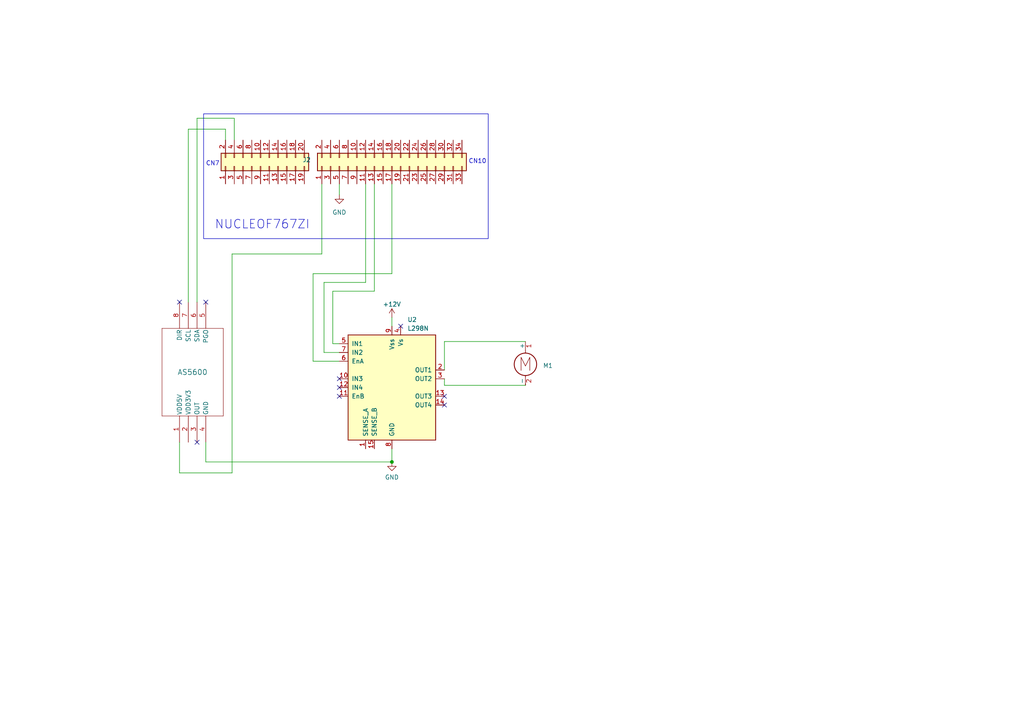
<source format=kicad_sch>
(kicad_sch (version 20230121) (generator eeschema)
  (paper "A4")
  (lib_symbols
    (symbol "2023-10-28_12-13-23:AS5600L-ASOM" (pin_names (offset 0.254))
      (property "Reference" "U" (at 20.32 10.16 0))
      (property "Value" "AS5600L-ASOM" (at 20.32 7.62 0))
      (symbol "AS5600L-ASOM_0_1"
        (polyline (pts (xy 7.62 -12.7) (xy 33.02 -12.7)) (stroke (width 0.127)))
        (polyline (pts (xy 7.62 5.08) (xy 7.62 -12.7)) (stroke (width 0.127)))
        (polyline (pts (xy 33.02 -12.7) (xy 33.02 5.08)) (stroke (width 0.127)))
        (polyline (pts (xy 33.02 5.08) (xy 7.62 5.08)) (stroke (width 0.127)))
        (pin unspecified line (at 0 0 0) (length 7.62) (name "VDD5V") (number "1"))
        (pin unspecified line (at 0 -2.54 0) (length 7.62) (name "VDD3V3") (number "2"))
        (pin unspecified line (at 0 -5.08 0) (length 7.62) (name "OUT") (number "3"))
        (pin unspecified line (at 0 -7.62 0) (length 7.62) (name "GND") (number "4"))
        (pin unspecified line (at 40.64 -7.62 180) (length 7.62) (name "PGO") (number "5"))
        (pin unspecified line (at 40.64 -5.08 180) (length 7.62) (name "SDA") (number "6"))
        (pin unspecified line (at 40.64 -2.54 180) (length 7.62) (name "SCL") (number "7"))
        (pin unspecified line (at 40.64 0 180) (length 7.62) (name "DIR") (number "8"))
      )
    )
    (symbol "Connector_Generic:Conn_02x10_Odd_Even" (pin_names (offset 1.016) hide)
      (property "Reference" "J" (at 1.27 12.7 0))
      (property "Value" "Conn_02x10_Odd_Even" (at 1.27 -15.24 0))
      (symbol "Conn_02x10_Odd_Even_1_1"
        (rectangle (start -1.27 -12.573) (end 0 -12.827) (stroke (width 0.1524)))
        (rectangle (start -1.27 -10.033) (end 0 -10.287) (stroke (width 0.1524)))
        (rectangle (start -1.27 -7.493) (end 0 -7.747) (stroke (width 0.1524)))
        (rectangle (start -1.27 -4.953) (end 0 -5.207) (stroke (width 0.1524)))
        (rectangle (start -1.27 -2.413) (end 0 -2.667) (stroke (width 0.1524)))
        (rectangle (start -1.27 0.127) (end 0 -0.127) (stroke (width 0.1524)))
        (rectangle (start -1.27 2.667) (end 0 2.413) (stroke (width 0.1524)))
        (rectangle (start -1.27 5.207) (end 0 4.953) (stroke (width 0.1524)))
        (rectangle (start -1.27 7.747) (end 0 7.493) (stroke (width 0.1524)))
        (rectangle (start -1.27 10.287) (end 0 10.033) (stroke (width 0.1524)))
        (rectangle (start -1.27 11.43) (end 3.81 -13.97) (stroke (width 0.254)) (fill (type background)))
        (rectangle (start 3.81 -12.573) (end 2.54 -12.827) (stroke (width 0.1524)))
        (rectangle (start 3.81 -10.033) (end 2.54 -10.287) (stroke (width 0.1524)))
        (rectangle (start 3.81 -7.493) (end 2.54 -7.747) (stroke (width 0.1524)))
        (rectangle (start 3.81 -4.953) (end 2.54 -5.207) (stroke (width 0.1524)))
        (rectangle (start 3.81 -2.413) (end 2.54 -2.667) (stroke (width 0.1524)))
        (rectangle (start 3.81 0.127) (end 2.54 -0.127) (stroke (width 0.1524)))
        (rectangle (start 3.81 2.667) (end 2.54 2.413) (stroke (width 0.1524)))
        (rectangle (start 3.81 5.207) (end 2.54 4.953) (stroke (width 0.1524)))
        (rectangle (start 3.81 7.747) (end 2.54 7.493) (stroke (width 0.1524)))
        (rectangle (start 3.81 10.287) (end 2.54 10.033) (stroke (width 0.1524)))
        (pin passive line (at -5.08 10.16 0) (length 3.81) (name "Pin_1") (number "1"))
        (pin passive line (at 7.62 0 180) (length 3.81) (name "Pin_10") (number "10"))
        (pin passive line (at -5.08 -2.54 0) (length 3.81) (name "Pin_11") (number "11"))
        (pin passive line (at 7.62 -2.54 180) (length 3.81) (name "Pin_12") (number "12"))
        (pin passive line (at -5.08 -5.08 0) (length 3.81) (name "Pin_13") (number "13"))
        (pin passive line (at 7.62 -5.08 180) (length 3.81) (name "Pin_14") (number "14"))
        (pin passive line (at -5.08 -7.62 0) (length 3.81) (name "Pin_15") (number "15"))
        (pin passive line (at 7.62 -7.62 180) (length 3.81) (name "Pin_16") (number "16"))
        (pin passive line (at -5.08 -10.16 0) (length 3.81) (name "Pin_17") (number "17"))
        (pin passive line (at 7.62 -10.16 180) (length 3.81) (name "Pin_18") (number "18"))
        (pin passive line (at -5.08 -12.7 0) (length 3.81) (name "Pin_19") (number "19"))
        (pin passive line (at 7.62 10.16 180) (length 3.81) (name "Pin_2") (number "2"))
        (pin passive line (at 7.62 -12.7 180) (length 3.81) (name "Pin_20") (number "20"))
        (pin passive line (at -5.08 7.62 0) (length 3.81) (name "Pin_3") (number "3"))
        (pin passive line (at 7.62 7.62 180) (length 3.81) (name "Pin_4") (number "4"))
        (pin passive line (at -5.08 5.08 0) (length 3.81) (name "Pin_5") (number "5"))
        (pin passive line (at 7.62 5.08 180) (length 3.81) (name "Pin_6") (number "6"))
        (pin passive line (at -5.08 2.54 0) (length 3.81) (name "Pin_7") (number "7"))
        (pin passive line (at 7.62 2.54 180) (length 3.81) (name "Pin_8") (number "8"))
        (pin passive line (at -5.08 0 0) (length 3.81) (name "Pin_9") (number "9"))
      )
    )
    (symbol "Connector_Generic:Conn_02x17_Odd_Even" (pin_names (offset 1.016) hide)
      (property "Reference" "J" (at 1.27 22.86 0))
      (property "Value" "Conn_02x17_Odd_Even" (at 1.27 -22.86 0))
      (symbol "Conn_02x17_Odd_Even_1_1"
        (rectangle (start -1.27 -20.193) (end 0 -20.447) (stroke (width 0.1524)))
        (rectangle (start -1.27 -17.653) (end 0 -17.907) (stroke (width 0.1524)))
        (rectangle (start -1.27 -15.113) (end 0 -15.367) (stroke (width 0.1524)))
        (rectangle (start -1.27 -12.573) (end 0 -12.827) (stroke (width 0.1524)))
        (rectangle (start -1.27 -10.033) (end 0 -10.287) (stroke (width 0.1524)))
        (rectangle (start -1.27 -7.493) (end 0 -7.747) (stroke (width 0.1524)))
        (rectangle (start -1.27 -4.953) (end 0 -5.207) (stroke (width 0.1524)))
        (rectangle (start -1.27 -2.413) (end 0 -2.667) (stroke (width 0.1524)))
        (rectangle (start -1.27 0.127) (end 0 -0.127) (stroke (width 0.1524)))
        (rectangle (start -1.27 2.667) (end 0 2.413) (stroke (width 0.1524)))
        (rectangle (start -1.27 5.207) (end 0 4.953) (stroke (width 0.1524)))
        (rectangle (start -1.27 7.747) (end 0 7.493) (stroke (width 0.1524)))
        (rectangle (start -1.27 10.287) (end 0 10.033) (stroke (width 0.1524)))
        (rectangle (start -1.27 12.827) (end 0 12.573) (stroke (width 0.1524)))
        (rectangle (start -1.27 15.367) (end 0 15.113) (stroke (width 0.1524)))
        (rectangle (start -1.27 17.907) (end 0 17.653) (stroke (width 0.1524)))
        (rectangle (start -1.27 20.447) (end 0 20.193) (stroke (width 0.1524)))
        (rectangle (start -1.27 21.59) (end 3.81 -21.59) (stroke (width 0.254)) (fill (type background)))
        (rectangle (start 3.81 -20.193) (end 2.54 -20.447) (stroke (width 0.1524)))
        (rectangle (start 3.81 -17.653) (end 2.54 -17.907) (stroke (width 0.1524)))
        (rectangle (start 3.81 -15.113) (end 2.54 -15.367) (stroke (width 0.1524)))
        (rectangle (start 3.81 -12.573) (end 2.54 -12.827) (stroke (width 0.1524)))
        (rectangle (start 3.81 -10.033) (end 2.54 -10.287) (stroke (width 0.1524)))
        (rectangle (start 3.81 -7.493) (end 2.54 -7.747) (stroke (width 0.1524)))
        (rectangle (start 3.81 -4.953) (end 2.54 -5.207) (stroke (width 0.1524)))
        (rectangle (start 3.81 -2.413) (end 2.54 -2.667) (stroke (width 0.1524)))
        (rectangle (start 3.81 0.127) (end 2.54 -0.127) (stroke (width 0.1524)))
        (rectangle (start 3.81 2.667) (end 2.54 2.413) (stroke (width 0.1524)))
        (rectangle (start 3.81 5.207) (end 2.54 4.953) (stroke (width 0.1524)))
        (rectangle (start 3.81 7.747) (end 2.54 7.493) (stroke (width 0.1524)))
        (rectangle (start 3.81 10.287) (end 2.54 10.033) (stroke (width 0.1524)))
        (rectangle (start 3.81 12.827) (end 2.54 12.573) (stroke (width 0.1524)))
        (rectangle (start 3.81 15.367) (end 2.54 15.113) (stroke (width 0.1524)))
        (rectangle (start 3.81 17.907) (end 2.54 17.653) (stroke (width 0.1524)))
        (rectangle (start 3.81 20.447) (end 2.54 20.193) (stroke (width 0.1524)))
        (pin passive line (at -5.08 20.32 0) (length 3.81) (name "Pin_1") (number "1"))
        (pin passive line (at 7.62 10.16 180) (length 3.81) (name "Pin_10") (number "10"))
        (pin passive line (at -5.08 7.62 0) (length 3.81) (name "Pin_11") (number "11"))
        (pin passive line (at 7.62 7.62 180) (length 3.81) (name "Pin_12") (number "12"))
        (pin passive line (at -5.08 5.08 0) (length 3.81) (name "Pin_13") (number "13"))
        (pin passive line (at 7.62 5.08 180) (length 3.81) (name "Pin_14") (number "14"))
        (pin passive line (at -5.08 2.54 0) (length 3.81) (name "Pin_15") (number "15"))
        (pin passive line (at 7.62 2.54 180) (length 3.81) (name "Pin_16") (number "16"))
        (pin passive line (at -5.08 0 0) (length 3.81) (name "Pin_17") (number "17"))
        (pin passive line (at 7.62 0 180) (length 3.81) (name "Pin_18") (number "18"))
        (pin passive line (at -5.08 -2.54 0) (length 3.81) (name "Pin_19") (number "19"))
        (pin passive line (at 7.62 20.32 180) (length 3.81) (name "Pin_2") (number "2"))
        (pin passive line (at 7.62 -2.54 180) (length 3.81) (name "Pin_20") (number "20"))
        (pin passive line (at -5.08 -5.08 0) (length 3.81) (name "Pin_21") (number "21"))
        (pin passive line (at 7.62 -5.08 180) (length 3.81) (name "Pin_22") (number "22"))
        (pin passive line (at -5.08 -7.62 0) (length 3.81) (name "Pin_23") (number "23"))
        (pin passive line (at 7.62 -7.62 180) (length 3.81) (name "Pin_24") (number "24"))
        (pin passive line (at -5.08 -10.16 0) (length 3.81) (name "Pin_25") (number "25"))
        (pin passive line (at 7.62 -10.16 180) (length 3.81) (name "Pin_26") (number "26"))
        (pin passive line (at -5.08 -12.7 0) (length 3.81) (name "Pin_27") (number "27"))
        (pin passive line (at 7.62 -12.7 180) (length 3.81) (name "Pin_28") (number "28"))
        (pin passive line (at -5.08 -15.24 0) (length 3.81) (name "Pin_29") (number "29"))
        (pin passive line (at -5.08 17.78 0) (length 3.81) (name "Pin_3") (number "3"))
        (pin passive line (at 7.62 -15.24 180) (length 3.81) (name "Pin_30") (number "30"))
        (pin passive line (at -5.08 -17.78 0) (length 3.81) (name "Pin_31") (number "31"))
        (pin passive line (at 7.62 -17.78 180) (length 3.81) (name "Pin_32") (number "32"))
        (pin passive line (at -5.08 -20.32 0) (length 3.81) (name "Pin_33") (number "33"))
        (pin passive line (at 7.62 -20.32 180) (length 3.81) (name "Pin_34") (number "34"))
        (pin passive line (at 7.62 17.78 180) (length 3.81) (name "Pin_4") (number "4"))
        (pin passive line (at -5.08 15.24 0) (length 3.81) (name "Pin_5") (number "5"))
        (pin passive line (at 7.62 15.24 180) (length 3.81) (name "Pin_6") (number "6"))
        (pin passive line (at -5.08 12.7 0) (length 3.81) (name "Pin_7") (number "7"))
        (pin passive line (at 7.62 12.7 180) (length 3.81) (name "Pin_8") (number "8"))
        (pin passive line (at -5.08 10.16 0) (length 3.81) (name "Pin_9") (number "9"))
      )
    )
    (symbol "Driver_Motor:L298N" (pin_names (offset 1.016))
      (property "Reference" "U" (at -10.16 16.51 0))
      (property "Value" "L298N" (at 12.7 16.51 0))
      (symbol "L298N_0_1"
        (rectangle (start -12.7 15.24) (end 12.7 -15.24) (stroke (width 0.254)) (fill (type background)))
      )
      (symbol "L298N_1_1"
        (pin power_in line (at -7.62 -17.78 90) (length 2.54) (name "SENSE_A") (number "1"))
        (pin input line (at -15.24 2.54 0) (length 2.54) (name "IN3") (number "10"))
        (pin input line (at -15.24 -2.54 0) (length 2.54) (name "EnB") (number "11"))
        (pin input line (at -15.24 0 0) (length 2.54) (name "IN4") (number "12"))
        (pin output line (at 15.24 -2.54 180) (length 2.54) (name "OUT3") (number "13"))
        (pin output line (at 15.24 -5.08 180) (length 2.54) (name "OUT4") (number "14"))
        (pin power_in line (at -5.08 -17.78 90) (length 2.54) (name "SENSE_B") (number "15"))
        (pin output line (at 15.24 5.08 180) (length 2.54) (name "OUT1") (number "2"))
        (pin output line (at 15.24 2.54 180) (length 2.54) (name "OUT2") (number "3"))
        (pin power_in line (at 2.54 17.78 270) (length 2.54) (name "Vs") (number "4"))
        (pin input line (at -15.24 12.7 0) (length 2.54) (name "IN1") (number "5"))
        (pin input line (at -15.24 7.62 0) (length 2.54) (name "EnA") (number "6"))
        (pin input line (at -15.24 10.16 0) (length 2.54) (name "IN2") (number "7"))
        (pin power_in line (at 0 -17.78 90) (length 2.54) (name "GND") (number "8"))
        (pin power_in line (at 0 17.78 270) (length 2.54) (name "Vss") (number "9"))
      )
    )
    (symbol "Motor:Motor_DC" (pin_names (offset 0))
      (property "Reference" "M" (at 2.54 2.54 0))
      (property "Value" "Motor_DC" (at 2.54 -5.08 0))
      (symbol "Motor_DC_0_0"
        (polyline (pts (xy -1.27 -3.302) (xy -1.27 0.508) (xy 0 -2.032) (xy 1.27 0.508) (xy 1.27 -3.302)))
      )
      (symbol "Motor_DC_0_1"
        (circle (center 0 -1.524) (radius 3.2512) (stroke (width 0.254)))
        (polyline (pts (xy 0 -7.62) (xy 0 -7.112)))
        (polyline (pts (xy 0 -4.7752) (xy 0 -5.1816)))
        (polyline (pts (xy 0 1.7272) (xy 0 2.0828)))
        (polyline (pts (xy 0 2.032) (xy 0 2.54)))
      )
      (symbol "Motor_DC_1_1"
        (pin passive line (at 0 5.08 270) (length 2.54) (name "+") (number "1"))
        (pin passive line (at 0 -7.62 90) (length 2.54) (name "-") (number "2"))
      )
    )
    (symbol "power:+12V" (power) (pin_names (offset 0))
      (property "Value" "+12V" (at 0 3.556 0))
      (symbol "+12V_0_1"
        (polyline (pts (xy -0.762 1.27) (xy 0 2.54)))
        (polyline (pts (xy 0 0) (xy 0 2.54)))
        (polyline (pts (xy 0 2.54) (xy 0.762 1.27)))
      )
      (symbol "+12V_1_1"
        (pin power_in line (at 0 0 90) (length 0) hide (name "+12V") (number "1"))
      )
    )
    (symbol "power:GND" (power) (pin_names (offset 0))
      (property "Value" "GND" (at 0 -3.81 0))
      (symbol "GND_0_1"
        (polyline (pts (xy 0 0) (xy 0 -1.27) (xy 1.27 -1.27) (xy 0 -2.54) (xy -1.27 -1.27) (xy 0 -1.27)))
      )
      (symbol "GND_1_1"
        (pin power_in line (at 0 0 270) (length 0) hide (name "GND") (number "1"))
      )
    )
  )
  (junction (at 113.665 133.985))
  (no_connect (at 52.07 87.63))
  (no_connect (at 98.425 109.855))
  (no_connect (at 57.15 128.27))
  (no_connect (at 116.205 94.615))
  (no_connect (at 98.425 114.935))
  (no_connect (at 59.69 87.63))
  (no_connect (at 128.905 117.475))
  (no_connect (at 98.425 112.395))
  (no_connect (at 128.905 114.935))
  (wire (pts (xy 128.905 111.76) (xy 152.4 111.76)))
  (wire (pts (xy 93.345 53.34) (xy 93.345 73.66)))
  (wire (pts (xy 98.425 104.775) (xy 90.805 104.775)))
  (wire (pts (xy 90.805 79.375) (xy 113.665 79.375)))
  (wire (pts (xy 108.585 53.34) (xy 108.585 84.455)))
  (wire (pts (xy 93.345 73.66) (xy 67.31 73.66)))
  (wire (pts (xy 59.69 133.985) (xy 113.665 133.985)))
  (wire (pts (xy 98.425 56.515) (xy 98.425 53.34)))
  (wire (pts (xy 113.665 133.985) (xy 113.665 130.175)))
  (wire (pts (xy 108.585 84.455) (xy 96.52 84.455)))
  (wire (pts (xy 57.15 34.29) (xy 67.945 34.29)))
  (wire (pts (xy 128.905 109.855) (xy 128.905 111.76)))
  (wire (pts (xy 106.045 81.915) (xy 106.045 53.34)))
  (wire (pts (xy 54.61 37.465) (xy 65.405 37.465)))
  (wire (pts (xy 59.69 128.27) (xy 59.69 133.985)))
  (wire (pts (xy 128.905 99.06) (xy 128.905 107.315)))
  (wire (pts (xy 98.425 102.235) (xy 93.98 102.235)))
  (wire (pts (xy 113.665 92.075) (xy 113.665 94.615)))
  (wire (pts (xy 54.61 37.465) (xy 54.61 87.63)))
  (wire (pts (xy 96.52 99.695) (xy 98.425 99.695)))
  (wire (pts (xy 67.945 34.29) (xy 67.945 40.64)))
  (wire (pts (xy 113.665 53.34) (xy 113.665 79.375)))
  (wire (pts (xy 90.805 104.775) (xy 90.805 79.375)))
  (wire (pts (xy 65.405 37.465) (xy 65.405 40.64)))
  (wire (pts (xy 67.31 73.66) (xy 67.31 137.16)))
  (wire (pts (xy 93.98 81.915) (xy 106.045 81.915)))
  (wire (pts (xy 67.31 137.16) (xy 52.07 137.16)))
  (wire (pts (xy 93.98 102.235) (xy 93.98 81.915)))
  (wire (pts (xy 52.07 137.16) (xy 52.07 128.27)))
  (wire (pts (xy 152.4 99.06) (xy 128.905 99.06)))
  (wire (pts (xy 57.15 34.29) (xy 57.15 87.63)))
  (wire (pts (xy 96.52 84.455) (xy 96.52 99.695)))
  (rectangle (start 59.055 33.02) (end 141.605 69.215))
  (text "CN10" (at 135.89 47.625 0) (effects (font (size 1.27 1.27)) (justify left bottom)))
  (text "CN7" (at 59.69 48.26 0) (effects (font (size 1.27 1.27)) (justify left bottom)))
  (text "NUCLEOF767ZI" (at 62.23 66.675 0) (effects (font (size 2.5 2.5)) (justify left bottom)))
  (symbol (lib_id "Connector_Generic:Conn_02x10_Odd_Even") (at 75.565 48.26 90) (unit 1)
    (property "Reference" "J1" (effects hide))
    (property "Value" "Conn_02x10_Odd_Even" (effects hide))
  )
  (symbol (lib_id "power:GND") (at 113.665 133.985 0) (unit 1)
    (property "Reference" "#PWR01" (effects hide))
    (property "Value" "GND" (at 113.665 138.43 0))
  )
  (symbol (lib_id "2023-10-28_12-13-23:AS5600L-ASOM") (at 52.07 128.27 90) (unit 1)
    (property "Reference" "U1" (effects hide))
    (property "Value" "AS5600" (at 51.435 107.95 90) (effects (font (size 1.524 1.524)) (justify right)))
    (property "Footprint" "AS5600L-ASOM_AMS" (effects hide))
    (property "Datasheet" "AS5600L-ASOM" (effects hide))
  )
  (symbol (lib_id "Driver_Motor:L298N") (at 113.665 112.395 0) (unit 1)
    (property "Reference" "U2" (at 118.1609 92.71 0) (effects (justify left)))
    (property "Value" "L298N" (at 118.1609 95.25 0) (effects (justify left)))
    (property "Footprint" "Package_TO_SOT_THT:TO-220-15_P2.54x2.54mm_StaggerOdd_Lead4.58mm_Vertical" (effects hide))
    (property "Datasheet" "http://www.st.com/st-web-ui/static/active/en/resource/technical/document/datasheet/CD00000240.pdf" (effects hide))
  )
  (symbol (lib_id "Motor:Motor_DC") (at 152.4 104.14 0) (unit 1)
    (property "Reference" "M1" (at 157.48 106.045 0) (effects (justify left)))
    (property "Value" "Motor_DC" (effects hide))
  )
  (symbol (lib_id "power:GND") (at 98.425 56.515 0) (unit 1)
    (property "Reference" "#PWR03" (effects hide))
    (property "Value" "GND" (at 98.425 61.595 0))
  )
  (symbol (lib_id "power:+12V") (at 113.665 92.075 0) (unit 1)
    (property "Reference" "#PWR02" (effects hide))
    (property "Value" "+12V" (at 113.665 88.265 0))
  )
  (symbol (lib_id "Connector_Generic:Conn_02x17_Odd_Even") (at 113.665 48.26 90) (unit 1)
    (property "Reference" "J2" (at 90.17 46.355 90) (effects (justify left)))
    (property "Value" "Conn_02x17_Odd_Even" (effects hide))
  )
)
</source>
